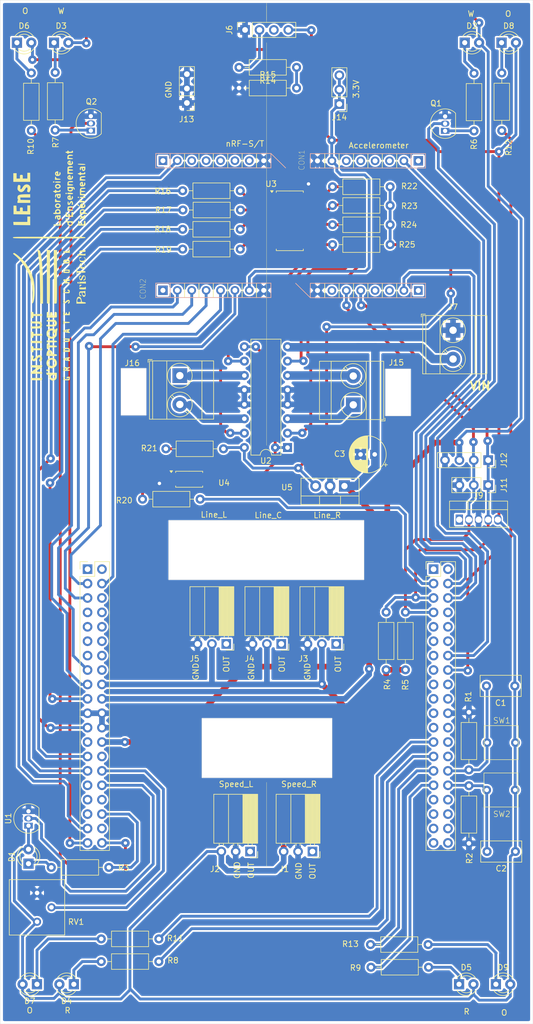
<source format=kicad_pcb>
(kicad_pcb (version 20240108) (generator "pcbnew") (generator_version "8.0")
  (layers (0 "F.Cu" signal) (31 "B.Cu" signal) (34 "B.Paste" user) (35 "F.Paste" user) (36 "B.SilkS" user "B.Silkscreen") (37 "F.SilkS" user "F.Silkscreen") (38 "B.Mask" user) (39 "F.Mask" user) (44 "Edge.Cuts" user))
  (net 0 "")
  (net 1 "GND")
  (net 2 "SW1_OUT")
  (net 3 "SW2_OUT")
  (net 5 "VIN")
  (net 6 "5V_NUC")
  (net 8 "nRF_CS")
  (net 11 "nRF_CE")
  (net 12 "nRF_INT")
  (net 16 "Net-(D3-K)")
  (net 17 "Net-(D4-K)")
  (net 18 "Net-(D5-K)")
  (net 19 "Net-(D6-K)")
  (net 20 "Net-(D7-K)")
  (net 23 "3.3V_NUC")
  (net 24 "SCK")
  (net 25 "MISO")
  (net 26 "MOSI")
  (net 27 "ADC_OUT")
  (net 28 "POT_OUT")
  (net 29 "SDA")
  (net 30 "USER_BUTTON")
  (net 31 "SCL")
  (net 32 "LED_OUT")
  (net 34 "Accel_INT")
  (net 35 "Accel_RESET")
  (net 40 "Net-(D8-K)")
  (net 41 "Net-(D9-K)")
  (net 42 "Speed_R")
  (net 43 "Speed_L")
  (net 44 "Line_R")
  (net 45 "Line_C")
  (net 46 "Line_L")
  (net 47 "US_echo")
  (net 48 "US_trig")
  (net 49 "Net-(Q1-D)")
  (net 50 "LED_W2")
  (net 51 "LED_W1")
  (net 52 "Net-(Q2-D)")
  (net 53 "LED_O4")
  (net 54 "LED_O3")
  (net 55 "LED_R1")
  (net 56 "LED_R2")
  (net 57 "LED_O1")
  (net 58 "LED_O2")
  (net 59 "TEMP_OUT")
  (net 66 "Net-(D1-K)")
  (net 67 "Net-(D2-K)")
  (net 100 "Net-(J15-Pin_1)")
  (net 101 "Net-(J15-Pin_2)")
  (net 102 "Net-(J16-Pin_2)")
  (net 103 "Net-(J16-Pin_1)")
  (net 104 "MOT_EN")
  (net 105 "MOT_R_2")
  (net 106 "MOT_L_1")
  (net 107 "MOT_L_2")
  (net 108 "MOT_R_1")
  (net 112 "US_echo_in")
  (net 114 "Net-(R16-Pad2)")
  (net 115 "MOT_R_1_n")
  (net 116 "Net-(R17-Pad2)")
  (net 117 "MOT_R_2_n")
  (net 118 "MOT_L_1_n")
  (net 119 "Net-(R18-Pad2)")
  (net 120 "Net-(R19-Pad2)")
  (net 121 "MOT_L_2_n")
  (net 122 "Net-(R20-Pad2)")
  (net 123 "MOT_EN_n")
  (net 124 "5V")
  (footprint "Connector_PinHeader_2.54mm:PinHeader_2x20_P2.54mm_Vertical" (layer "F.Cu") (at 151.920001 83.82)
    (property "Reference" "J8" (hide yes))
    (property "Value" "Morpho_Gauche" (hide yes))
  )
  (footprint "Connector_PinHeader_2.54mm:PinHeader_2x20_P2.54mm_Vertical" (layer "F.Cu") (at 212.96 83.82)
    (property "Reference" "J10" (hide yes))
    (property "Value" "Morpho_Droite" (hide yes))
  )
  (footprint "Connector_PinSocket_2.54mm:PinSocket_1x03_P2.54mm_Horizontal" (layer "F.Cu") (at 195.8 97 -90)
    (property "Reference" "J3")
    (property "Value" "Line_R")
  )
  (footprint "Resistor_THT:R_Axial_DIN0207_L6.3mm_D2.5mm_P10.16mm_Horizontal" (layer "F.Cu") (at 188.8 -4.65 180)
    (property "Reference" "R14")
    (property "Value" "2.2k")
  )
  (footprint "Resistor_THT:R_Axial_DIN0207_L6.3mm_D2.5mm_P10.16mm_Horizontal" (layer "F.Cu") (at 219.2 122 -90)
    (property "Reference" "R2")
    (property "Value" "8.2k")
  )
  (footprint "Resistor_THT:R_Axial_DIN0207_L6.3mm_D2.5mm_P10.16mm_Horizontal" (layer "F.Cu") (at 178.64 -1)
    (property "Reference" "R15")
    (property "Value" "3.3k")
  )
  (footprint "Connector_PinSocket_2.54mm:PinSocket_1x03_P2.54mm_Horizontal" (layer "F.Cu") (at 180.6 133.6 -90)
    (property "Reference" "J2")
    (property "Value" "Speed_L")
  )
  (footprint "LED_THT:LED_D3.0mm_Clear" (layer "F.Cu") (at 141.5 135.74 90)
    (property "Reference" "D1")
    (property "Value" "LED")
  )
  (footprint "Potentiometer_THT:Potentiometer_Bourns_3386P_Vertical" (layer "F.Cu") (at 143.015 145.98)
    (property "Reference" "RV1")
    (property "Value" "22k")
  )
  (footprint "LEnsE:Switch" (layer "F.Cu") (at 224.9 109.9 180)
    (property "Reference" "SW1")
    (property "Value" "SW_1")
  )
  (footprint "Package_TO_SOT_THT:TO-92_Inline" (layer "F.Cu") (at 141.5 129.04 90)
    (property "Reference" "U1")
    (property "Value" "MCP9700-Temp")
  )
  (footprint "Resistor_THT:R_Axial_DIN0207_L6.3mm_D2.5mm_P10.16mm_Horizontal" (layer "F.Cu") (at 208 101.56 90)
    (property "Reference" "R5")
    (property "Value" "680")
  )
  (footprint "Resistor_THT:R_Axial_DIN0207_L6.3mm_D2.5mm_P10.16mm_Horizontal" (layer "F.Cu") (at 154.34 153)
    (property "Reference" "R8")
    (property "Value" "100")
  )
  (footprint "Capacitor_THT:CP_Radial_D6.3mm_P2.50mm" (layer "F.Cu") (at 202.58238 63.582378 180)
    (property "Reference" "C3")
    (property "Value" "C_Polarized")
  )
  (footprint "Resistor_THT:R_Axial_DIN0207_L6.3mm_D2.5mm_P10.16mm_Horizontal" (layer "F.Cu") (at 225 -3.66 -90)
    (property "Reference" "R12")
    (property "Value" "100")
  )
  (footprint "Resistor_THT:R_Axial_DIN0207_L6.3mm_D2.5mm_P10.16mm_Horizontal" (layer "F.Cu") (at 145.52 136.4)
    (property "Reference" "R3")
    (property "Value" "100")
  )
  (footprint "Resistor_THT:R_Axial_DIN0207_L6.3mm_D2.5mm_P10.16mm_Horizontal" (layer "F.Cu") (at 168.7 27.4)
    (property "Reference" "R19")
    (property "Value" "100")
  )
  (footprint "Package_TO_SOT_THT:TO-220-5_Vertical" (layer "F.Cu") (at 217.5 75.09)
    (property "Reference" "J9")
    (property "Value" "TC74A2-TempI2C")
  )
  (footprint "Resistor_THT:R_Axial_DIN0207_L6.3mm_D2.5mm_P10.16mm_Horizontal" (layer "F.Cu") (at 168.7 23.9)
    (property "Reference" "R18")
    (property "Value" "100")
  )
  (footprint "Resistor_THT:R_Axial_DIN0207_L6.3mm_D2.5mm_P10.16mm_Horizontal" (layer "F.Cu") (at 219.2 119.2 90)
    (property "Reference" "R1")
    (property "Value" "8.2k")
  )
  (footprint "LED_THT:LED_D3.0mm_Clear" (layer "F.Cu") (at 149.5 157 180)
    (property "Reference" "D4")
    (property "Value" "LED_R")
  )
  (footprint "Resistor_THT:R_Axial_DIN0207_L6.3mm_D2.5mm_P10.16mm_Horizontal" (layer "F.Cu") (at 205.3 23.1 180)
    (property "Reference" "R24")
    (property "Value" "8.2k")
  )
  (footprint "Connector_PinSocket_2.54mm:PinSocket_1x04_P2.54mm_Vertical" (layer "F.Cu") (at 222.6 64.6 -90)
    (property "Reference" "J12")
    (property "Value" "I2C_EXT")
  )
  (footprint "LEnsE:Logo_Big" (layer "F.Cu") (at 144.572206 30.237945 90)
    (property "Reference" "G***" (hide yes))
    (property "Value" "LOGO" (hide yes))
  )
  (footprint "Connector_PinSocket_2.54mm:PinSocket_1x04_P2.54mm_Vertical" (layer "F.Cu") (at 179.71 -11.25 90)
    (property "Reference" "J6")
    (property "Value" "US_Sensor")
  )
  (footprint "Connector_PinSocket_2.54mm:PinSocket_1x03_P2.54mm_Vertical" (layer "F.Cu") (at 222.6 69 -90)
    (property "Reference" "J11")
    (property "Value" "I2C_Visu")
  )
  (footprint "LED_THT:LED_D3.0mm_Clear" (layer "F.Cu") (at 218.46 -9)
    (property "Reference" "D2")
    (property "Value" "LED_W")
  )
  (footprint "Capacitor_THT:C_Rect_L7.0mm_W3.5mm_P5.00mm" (layer "F.Cu") (at 227.3 104.4 180)
    (property "Reference" "C1")
    (property "Value" "10nF")
  )
  (footprint "miKroE:MIKROBUS_MODULE_CONN" (layer "F.Cu") (at 210.27 11.83 -90)
    (property "Reference" "CON1")
    (property "Value" "MikroE-Accelero" (hide yes))
  )
  (footprint "Resistor_THT:R_Axial_DIN0207_L6.3mm_D2.5mm_P10.16mm_Horizontal" (layer "F.Cu") (at 175.9 62.6 180)
    (property "Reference" "R21")
    (property "Value" "8.2k")
  )
  (footprint "Capacitor_THT:C_Rect_L7.0mm_W3.5mm_P5.00mm" (layer "F.Cu") (at 227.4 133.6 180)
    (property "Reference" "C2")
    (property "Value" "10nF")
  )
  (footprint "LED_THT:LED_D3.0mm_Clear" (layer "F.Cu") (at 146 -9)
    (property "Reference" "D3")
    (property "Value" "LED_W")
  )
  (footprint "Package_TO_SOT_THT:TO-220-3_Vertical" (layer "F.Cu") (at 197.24 69.155 180)
    (property "Reference" "U5")
    (property "Value" "LM7805_TO220")
  )
  (footprint "LED_THT:LED_D3.0mm_Clear" (layer "F.Cu") (at 217.46 157)
    (property "Reference" "D5")
    (property "Value" "LED_R")
  )
  (footprint "miKroE:MIKROBUS_MODULE_CONN" (layer "F.Cu") (at 165.22 34.66 90)
    (property "Reference" "CON2")
    (property "Value" "MikroE-nRF-S-module" (hide yes))
  )
  (footprint "Package_TO_SOT_THT:TO-92_Inline" (layer "F.Cu") (at 215 6.54 90)
    (property "Reference" "Q1")
    (property "Value" "BS170")
  )
  (footprint "Resistor_THT:R_Axial_DIN0207_L6.3mm_D2.5mm_P10.16mm_Horizontal" (layer "F.Cu") (at 205.3 16.4 180)
    (property "Reference" "R22")
    (property "Value" "8.2k")
  )
  (footprint "Resistor_THT:R_Axial_DIN0207_L6.3mm_D2.5mm_P10.16mm_Horizontal" (layer "F.Cu") (at 171.78 71.48 180)
    (property "Reference" "R20")
    (property "Value" "100")
  )
  (footprint "Resistor_THT:R_Axial_DIN0207_L6.3mm_D2.5mm_P10.16mm_Horizontal" (layer "F.Cu") (at 205.3 19.7 180)
    (property "Reference" "R23")
    (property "Value" "8.2k")
  )
  (footprint "TerminalBlock_Phoenix:TerminalBlock_Phoenix_MKDS-3-2-5.08_1x02_P5.08mm_Horizontal" (layer "F.Cu") (at 198.8 54.845 90)
    (property "Reference" "J15")
    (property "Value" "MOT_R")
  )
  (footprint "Package_DIP:DIP-16_W7.62mm" (layer "F.Cu") (at 187.2 62.38 180)
    (property "Reference" "U2")
    (property "Value" "SN754410NE")
  )
  (footprint "Resistor_THT:R_Axial_DIN0207_L6.3mm_D2.5mm_P10.16mm_Horizontal" (layer "F.Cu") (at 205.3 26.6 180)
    (property "Reference" "R25")
    (property "Value" "8.2k")
  )
  (footprint "Package_SO:SOIC-16_4.55x10.3mm_P1.27mm" (layer "F.Cu") (at 187.6 22.4)
    (property "Reference" "U3")
    (property "Value" "TLP293-4")
  )
  (footprint "LED_THT:LED_D3.0mm_Clear" (layer "F.Cu") (at 139.46 -9)
    (property "Reference" "D6")
    (property "Value" "LED_O")
  )
  (footprint "Resistor_THT:R_Axial_DIN0207_L6.3mm_D2.5mm_P10.16mm_Horizontal" (layer "F.Cu") (at 146.21 6.41 90)
    (property "Reference" "R7")
    (property "Value" "100")
  )
  (footprint "Resistor_THT:R_Axial_DIN0207_L6.3mm_D2.5mm_P10.16mm_Horizontal" (layer "F.Cu") (at 204.6 101.56 90)
    (property "Reference" "R4")
    (property "Value" "680")
  )
  (footprint "LEnsE:Switch" (layer "F.Cu") (at 224.85 118.25 180)
    (property "Reference" "SW2")
    (property "Value" "SW_2")
  )
  (footprint "Resistor_THT:R_Axial_DIN0207_L6.3mm_D2.5mm_P10.16mm_Horizontal" (layer "F.Cu") (at 212 150 180)
    (property "Reference" "R13")
    (property "Value" "100")
  )
  (footprint "Resistor_THT:R_Axial_DIN0207_L6.3mm_D2.5mm_P10.16mm_Horizontal" (layer "F.Cu") (at 168.74 20.5)
    (property "Reference" "R17")
    (property "Value" "100")
  )
  (footprint "Connector_PinHeader_2.54mm:PinHeader_1x03_P2.54mm_Vertical" (layer "F.Cu") (at 169.445 1.625 180)
    (property "Reference" "J13")
    (property "Value" "GND_reg")
  )
  (footprint "TerminalBlock_Phoenix:TerminalBlock_Phoenix_MKDS-3-2-5.08_1x02_P5.08mm_Horizontal" (layer "F.Cu") (at 216.4 41.7 -90)
    (property "Reference" "J7")
    (property "Value" "BAT_IN")
  )
  (footprint "Connector_PinHeader_2.54mm:PinHeader_1x03_P2.54mm_Vertical" (layer "F.Cu") (at 196.345 1.825 180)
    (property "Reference" "J14")
    (property "Value" "3.3V_reg")
  )
  (footprint "Resistor_THT:R_Axial_DIN0207_L6.3mm_D2.5mm_P10.16mm_Horizontal" (layer "F.Cu") (at 168.7 17.1)
    (property "Reference" "R16")
    (property "Value" "100")
  )
  (footprint "Resistor_THT:R_Axial_DIN0207_L6.3mm_D2.5mm_P10.16mm_Horizontal" (layer "F.Cu") (at 212.08 154 180)
    (property "Reference" "R9")
    (property "Value" "100")
  )
  (footprint "Package_SO:SOIC-4_4.55x2.6mm_P1.27mm" (layer "F.Cu") (at 169.85 67.965)
    (property "Reference" "U4")
    (property "Value" "TLP293")
  )
  (footprint "Resistor_THT:R_Axial_DIN0207_L6.3mm_D2.5mm_P10.16mm_Horizontal" (layer "F.Cu") (at 142 -3.66 -90)
    (property "Reference" "R10")
    (property "Value" "100")
  )
  (footprint "Connector_PinSocket_2.54mm:PinSocket_1x03_P2.54mm_Horizontal" (layer "F.Cu") (at 176.4 97 -90)
    (property "Reference" "J5")
    (property "Value" "Line_L")
  )
  (footprint "Connector_PinSocket_2.54mm:PinSocket_1x03_P2.54mm_Horizontal" (layer "F.Cu") (at 191.6 133.6 -90)
    (property "Reference" "J1")
    (property "Value" "Speed_R")
  )
  (footprint "Resistor_THT:R_Axial_DIN0207_L6.3mm_D2.5mm_P10.16mm_Horizontal" (layer "F.Cu") (at 220.1 6.56 90)
    (property "Reference" "R6")
    (property "Value" "100")
  )
  (footprint "LED_THT:LED_D3.0mm_Clear" (layer "F.Cu") (at 224.96 -9)
    (property "Reference" "D8")
    (property "Value" "LED_O")
  )
  (footprint "Package_TO_SOT_THT:TO-92_Inline" (layer "F.Cu") (at 152.5 6.5 90)
    (property "Reference" "Q2")
    (property "Value" "BS170")
  )
  (footprint "TerminalBlock_Phoenix:TerminalBlock_Phoenix_MKDS-3-2-5.08_1x02_P5.08mm_Horizontal" (layer "F.Cu") (at 168.2 49.7 -90)
    (property "Reference" "J16")
    (property "Value" "MOT_L")
  )
  (footprint "Resistor_THT:R_Axial_DIN0207_L6.3mm_D2.5mm_P10.16mm_Horizontal" (layer "F.Cu") (at 154.34 149)
    (property "Reference" "R11")
    (property "Value" "100")
  )
  (footprint "Connector_PinSocket_2.54mm:PinSocket_1x03_P2.54mm_Horizontal" (layer "F.Cu") (at 186.1 97 -90)
    (property "Reference" "J4")
    (property "Value" "Line_C")
  )
  (footprint "LED_THT:LED_D3.0mm_Clear" (layer "F.Cu") (at 223.96 157)
    (property "Reference" "D9")
    (property "Value" "LED_O")
  )
  (footprint "LED_THT:LED_D3.0mm_Clear" (layer "F.Cu") (at 143 157 180)
    (property "Reference" "D7")
    (property "Value" "LED_O")
  )
  (gr_line (start 183.5 -12.5) (end 183.5 -15.5) (stroke (width 0.05)) (layer "F.SilkS"))
  (gr_line (start 183.5 62) (end 183.5 -9) (stroke (width 0.05)) (layer "F.SilkS"))
  (gr_line (start 183.5 -13) (end 183.5 -16) (stroke (width 0.05)) (layer "F.SilkS"))
  (gr_line (start 183.5 121.4) (end 183.5 136.25) (stroke (width 0.05)) (layer "F.SilkS"))
  (gr_rect (start 136.5 -16.5) (end 230.5 164) (stroke (width 0.05)) (fill none) (layer "Edge.Cuts"))
  (gr_rect (start 166.2 75.2) (end 200.7 85.7) (stroke (width 0.05)) (fill none) (layer "Edge.Cuts"))
  (gr_rect (start 172.075 110.1) (end 195.075 120.6) (stroke (width 0.05)) (fill none) (layer "Edge.Cuts"))
  (gr_rect (start 157.8 48.4) (end 162.3 56.7) (stroke (width 0.05)) (fill none) (layer "Edge.Cuts"))
  (gr_rect (start 204.45 48.5) (end 208.95 56.8) (stroke (width 0.05)) (fill none) (layer "Edge.Cuts"))
  (gr_text "GND" (at 166.8 0.9 90) (layer "F.SilkS") (effects (font (size 1 1)) (justify left bottom)))
  (gr_text "OUT" (at 177 102.1 90) (layer "F.SilkS") (effects (font (size 1 1)) (justify left bottom)))
  (gr_text "OUT" (at 192.2 138.6 90) (layer "F.SilkS") (effects (font (size 1 1)) (justify left bottom)))
  (gr_text "GND" (at 189.750559 138.647059 90) (layer "F.SilkS") (effects (font (size 1 1)) (justify left bottom)))
  (gr_text "O" (at 140.3 -14 0) (layer "F.SilkS") (effects (font (size 1 1)) (justify left bottom)))
  (gr_text "W" (at 218.9 -13.5 0) (layer "F.SilkS") (effects (font (size 1 1)) (justify left bottom)))
  (gr_text "nRF-S/T" (at 176.2 9.4 0) (layer "F.SilkS") (effects (font (size 1 1)) (justify left bottom)))
  (gr_text "O" (at 141.1 162.2 0) (layer "F.SilkS") (effects (font (size 1 1)) (justify left bottom)))
  (gr_text "VIN" (at 219.2 52.4 0) (layer "F.SilkS") (effects (font (size 1.5 1.5) (thickness 0.3) (bold yes)) (justify left bottom)))
  (gr_text "GND" (at 191.3 103.5 90) (layer "F.SilkS") (effects (font (size 1 1)) (justify left bottom)))
  (gr_text "Accelerometer" (at 197.9 9.7 0) (layer "F.SilkS") (effects (font (size 1 1)) (justify left bottom)))
  (gr_text "3.3V" (at 199.9 0.9 90) (layer "F.SilkS") (effects (font (size 1 1)) (justify left bottom)))
  (gr_text "GND" (at 178.9 138.5 90) (layer "F.SilkS") (effects (font (size 1 1)) (justify left bottom)))
  (gr_text "Speed_R" (at 186 122.3 0) (layer "F.SilkS") (effects (font (size 1 1)) (justify left bottom)))
  (gr_text "O" (at 224.8 162.6 0) (layer "F.SilkS") (effects (font (size 1 1)) (justify left bottom)))
  (gr_text "R\n" (at 218.2 162.399998 0) (layer "F.SilkS") (effects (font (size 1 1)) (justify left bottom)))
  (gr_text "Speed_L" (at 175 122.3 0) (layer "F.SilkS") (effects (font (size 1 1)) (justify left bottom)))
  (gr_text "GND" (at 171.6 103.5 90) (layer "F.SilkS") (effects (font (size 1 1)) (justify left bottom)))
  (gr_text "Line_R" (at 191.7 74.9 0) (layer "F.SilkS") (effects (font (size 1 1)) (justify left bottom)))
  (gr_text "GND" (at 181.4 103.5 90) (layer "F.SilkS") (effects (font (size 1 1)) (justify left bottom)))
  (gr_text "O" (at 225.5 -13.5 0) (layer "F.SilkS") (effects (font (size 1 1)) (justify left bottom)))
  (gr_text "Line_C" (at 181.3 74.9 0) (layer "F.SilkS") (effects (font (size 1 1)) (justify left bottom)))
  (gr_text "OUT" (at 196.7 102.1 90) (layer "F.SilkS") (effects (font (size 1 1)) (justify left bottom)))
  (gr_text "W" (at 146.6 -14 0) (layer "F.SilkS") (effects (font (size 1 1)) (justify left bottom)))
  (gr_text "R\n" (at 147.8 162.2 0) (layer "F.SilkS") (effects (font (size 1 1)) (justify left bottom)))
  (gr_text "Line_L" (at 171.8 74.8 0) (layer "F.SilkS") (effects (font (size 1 1)) (justify left bottom)))
  (gr_text "OUT" (at 186.8 102.1 90) (layer "F.SilkS") (effects (font (size 1 1)) (justify left bottom)))
  (gr_text "OUT" (at 181.349441 138.452941 90) (layer "F.SilkS") (effects (font (size 1 1)) (justify left bottom)))
  (segment (start 187.6 24.205) (end 187.6 26.845) (width 0.5) (layer "F.Cu") (net 1))
  (segment (start 187.7 16.4) (end 188.2 15.9) (width 0.5) (layer "F.Cu") (net 1))
  (segment (start 184.3 26.895) (end 184.35 26.845) (width 0.5) (layer "F.Cu") (net 1))
  (segment (start 187.6 24.205) (end 187.7 24.305) (width 0.5) (layer "F.Cu") (net 1))
  (segment (start 187.7 21.665) (end 187.6 21.765) (width 0.5) (layer "F.Cu") (net 1))
  (segment (start 187.7 24.305) (end 184.35 24.305) (width 0.5) (layer "F.Cu") (net 1))
  (segment (start 187.7 19.225) (end 184.35 19.225) (width 0.5) (layer "F.Cu") (net 1))
  (segment (start 187.6 26.845) (end 190.85 26.845) (width 0.5) (layer "F.Cu") (net 1))
  (segment (start 166.6 68.6) (end 164.7 68.6) (width 0.5) (layer "F.Cu") (net 1))
  (segment (start 166.6 68.6) (end 173.1 68.6) (width 0.5) (layer "F.Cu") (net 1))
  (segment (start 188.2 15.9) (end 190.9 15.9) (width 0.5) (layer "F.Cu") (net 1))
  (segment (start 164.7 68.6) (end 164.6 68.7) (width 0.5) (layer "F.Cu") (net 1))
  (segment (start 187.6 21.765) (end 187.6 24.205) (width 0.5) (layer "F.Cu") (net 1))
  (segment (start 190.85 24.305) (end 187.7 24.305) (width 0.5) (layer "F.Cu") (net 1))
  (segment (start 187.6 21.765) (end 184.35 21.765) (width 0.5) (layer "F.Cu") (net 1))
  (segment (start 187.7 19.225) (end 187.7 16.4) (width 0.5) (layer "F.Cu") (net 1))
  (segment (start 190.85 21.765) (end 187.6 21.765) (width 0.5) (layer "F.Cu") (net 1))
  (segment (start 190.85 19.225) (end 187.7 19.225) (width 0.5) (layer "F.Cu") (net 1))
  (segment (start 187.7 19.225) (end 187.7 21.665) (width 0.5) (layer "F.Cu") (net 1))
  (segment (start 184.35 26.845) (end 187.6 26.845) (width 0.5) (layer "F.Cu") (net 1))
  (via (at 190.9 15.9) (size 1.5) (drill 0.6) (layers "F.Cu" "B.Cu") (net 1))
  (via (at 164.6 68.7) (size 1.5) (drill 0.6) (layers "F.Cu" "B.Cu") (net 1))
  (via (at 164.6 68.7) (size 1.5) (drill 0.6) (layers "F.Cu" "B.Cu") (net 1))
  (segment (start 167.6 97) (end 166.7 96.1) (width 0.5) (layer "B.Cu") (net 1))
  (segment (start 166.7 96.1) (end 164.6 94) (width 0.5) (layer "B.Cu") (net 1))
  (segment (start 171.32 97) (end 167.6 97) (width 0.5) (layer "B.Cu") (net 1))
  (segment (start 164.6 87.3) (end 164.6 86.9) (width 0.5) (layer "B.Cu") (net 1))
  (segment (start 164.6 86.9) (end 164.6 68.7) (width 0.5) (layer "B.Cu") (net 1))
  (segment (start 192.49 14.31) (end 190.9 15.9) (width 0.5) (layer "B.Cu") (net 1))
  (segment (start 164.6 94) (end 164.6 87.3) (width 0.5) (layer "B.Cu") (net 1))
  (segment (start 192.49 11.83) (end 192.49 14.31) (width 0.5) (layer "B.Cu") (net 1))
  (segment (start 222.4 114.4) (end 222.4 104.5) (width 0.5) (layer "B.Cu") (net 2))
  (segment (start 219.02 119.38) (end 219.2 119.2) (width 0.5) (layer "B.Cu") (net 2))
  (segment (start 215.5 119.38) (end 219.02 119.38) (width 0.5) (layer "B.Cu") (net 2))
  (segment (start 222.4 117.8) (end 222.4 114.4) (width 0.5) (layer "B.Cu") (net 2))
  (segment (start 221 119.2) (end 222.4 117.8) (width 0.5) (layer "B.Cu") (net 2))
  (segment (start 219.2 119.2) (end 221 119.2) (width 0.5) (layer "B.Cu") (net 2))
  (segment (start 222.4 104.5) (end 222.3 104.4) (width 0.5) (layer "B.Cu") (net 2))
  (segment (start 219.12 121.92) (end 219.2 122) (width 0.5) (layer "B.Cu") (net 3))
  (segment (start 222.35 122.75) (end 222.35 133.55) (width 0.5) (layer "B.Cu") (net 3))
  (segment (start 222.35 133.55) (end 222.4 133.6) (width 0.5) (layer "B.Cu") (net 3))
  (segment (start 219.2 122) (end 221.6 122) (width 0.5) (layer "B.Cu") (net 3))
  (segment (start 221.6 122) (end 222.35 122.75) (width 0.5) (layer "B.Cu") (net 3))
  (segment (start 215.5 121.92) (end 219.12 121.92) (width 0.5) (layer "B.Cu") (net 3))
  (segment (start 166.6 114.3) (end 177.5 103.4) (width 1) (layer "F.Cu") (net 5))
  (segment (start 202 86.6) (end 202 74.9) (width 1) (layer "F.Cu") (net 5))
  (segment (start 196.8 101) (end 199.1 98.7) (width 1) (layer "F.Cu") (net 5))
  (segment (start 177.7 103.4) (end 180.1 101) (width 1) (layer "F.Cu") (net 5))
  (segment (start 197.455 69.155) (end 202 73.7) (width 1) (layer "F.Cu") (net 5))
  (segment (start 199.1 98.7) (end 199.1 89.5) (width 1) (layer "F.Cu") (net 5))
  (segment (start 197.24 69.155) (end 197.455 69.155) (width 1) (layer "F.Cu") (net 5))
  (segment (start 177.5 103.4) (end 177.7 103.4) (width 1) (layer "F.Cu") (net 5))
  (segment (start 158.5 114.3) (end 166.6 114.3) (width 1) (layer "F.Cu") (net 5))
  (segment (start 202 73.7) (end 202 74.9) (width 1) (layer "F.Cu") (net 5))
  (segment (start 199.1 89.5) (end 202 86.6) (width 1) (layer "F.Cu") (net 5))
  (segment (start 180.1 101) (end 196.8 101) (width 1) (layer "F.Cu") (net 5))
  (via (at 158.5 114.3) (size 1.5) (drill 0.6) (layers "F.Cu" "B.Cu") (net 5))
  (segment (start 202.7 65.8) (end 202.7 44.7) (width 1.5) (layer "B.Cu") (net 5))
  (segment (start 197.24 69.155) (end 199.345 69.155) (width 1.5) (layer "B.Cu") (net 5))
  (segment (start 216.4 46.78) (end 212.88 46.78) (width 1.5) (layer "B.Cu") (net 5))
  (segment (start 199.6 44.7) (end 187.3 44.7) (width 1.5) (layer "B.Cu") (net 5))
  (segment (start 210.8 44.7) (end 199.6 44.7) (width 1.5) (layer "B.Cu") (net 5))
  (segment (start 154.460001 114.3) (end 158.5 114.3) (width 1) (layer "B.Cu") (net 5))
  (segment (start 212.88 46.78) (end 210.8 44.7) (width 1.5) (layer "B.Cu") (net 5))
  (segment (start 187.3 44.7) (end 187.2 44.6) (width 1.5) (layer "B.Cu") (net 5))
  (segment (start 202.7 44.7) (end 199.6 44.7) (width 1.5) (layer "B.Cu") (net 5))
  (segment (start 199.345 69.155) (end 202.7 65.8) (width 1.5) (layer "B.Cu") (net 5))
  (segment (start 204.8 87.5) (end 204.8 69.9) (width 1) (layer "F.Cu") (net 6))
  (segment (start 201.6 101.4) (end 201.6 90.7) (width 1) (layer "F.Cu") (net 6))
  (segment (start 213.2 61.5) (end 217.5 61.5) (width 1) (layer "F.Cu") (net 6))
  (segment (start 151.7 -12.4) (end 151.7 -8.9) (width 0.5) (layer "F.Cu") (net 6))
  (segment (start 204.8 69.9) (end 213.2 61.5) (width 1) (layer "F.Cu") (net 6))
  (segment (start 153.3 -14) (end 151.7 -12.4) (width 0.5) (layer "F.Cu") (net 6))
  (segment (start 221 -12.5) (end 219.5 -14) (width 0.5) (layer "F.Cu") (net 6))
  (segment (start 201.6 90.7) (end 204.8 87.5) (width 1) (layer "F.Cu") (net 6))
  (segment (start 219.5 -14) (end 153.3 -14) (width 0.5) (layer "F.Cu") (net 6))
  (via (at 217.5 61.5) (size 1.5) (drill 0.6) (layers "F.Cu" "B.Cu") (net 6))
  (via (at 221 -12.5) (size 1.5) (drill 0.6) (layers "F.Cu" "B.Cu") (net 6))
  (via (at 151.7 -8.9) (size 1.5) (drill 0.6) (layers "F.Cu" "B.Cu") (net 6))
  (via (at 201.6 101.4) (size 1.5) (drill 0.6) (layers "F.Cu" "B.Cu") (net 6))
  (segment (start 226.1 59.5) (end 228.4 57.2) (width 0.5) (layer "B.Cu") (net 6))
  (segment (start 148.54 -9) (end 151.6 -9) (width 0.5) (layer "B.Cu") (net 6))
  (segment (start 197.32 106.68) (end 154.460001 106.68) (width 1) (layer "B.Cu") (net 6))
  (segment (start 228.4 57.2) (end 228.4 22.1) (width 0.5) (layer "B.Cu") (net 6))
  (segment (start 222.6 16.3) (end 222.6 -7.4) (width 0.5) (layer "B.Cu") (net 6))
  (segment (start 221 -12.5) (end 221 -9) (width 0.5) (layer "B.Cu") (net 6))
  (segment (start 217.52 61.52) (end 217.5 61.5) (width 1) (layer "B.Cu") (net 6))
  (segment (start 228.4 22.1) (end 222.6 16.3) (width 0.5) (layer "B.Cu") (net 6))
  (segment (start 151.6 -9) (end 151.7 -8.9) (width 0.5) (layer "B.Cu") (net 6))
  (segment (start 217.5 61.5) (end 217.5 60.8) (width 0.5) (layer "B.Cu") (net 6))
  (segment (start 222.6 -7.4) (end 221 -9) (width 0.5) (layer "B.Cu") (net 6))
  (segment (start 218.8 59.5) (end 226.1 59.5) (width 0.5) (layer "B.Cu") (net 6))
  (segment (start 217.52 64.6) (end 217.52 61.52) (width 1) (layer "B.Cu") (net 6))
  (segment (start 217.5 60.8) (end 218.8 59.5) (width 0.5) (layer "B.Cu") (net 6))
  (segment (start 217.3 64.99) (end 217.34 64.95) (width 0.5) (layer "B.Cu") (net 6))
  (segment (start 201.6 102.4) (end 197.32 106.68) (width 1) (layer "B.Cu") (net 6))
  (segment (start 201.6 101.4) (end 201.6 102.4) (width 1) (layer "B.Cu") (net 6))
  (segment (start 150.3 76.6) (end 146.8 80.1) (width 0.5) (layer "B.Cu") (net 8))
  (segment (start 149.4 99.079999) (end 151.920001 101.6) (width 0.5) (layer "B.Cu") (net 8))
  (segment (start 146.8 88.3) (end 149.4 90.9) (width 0.5) (layer "B.Cu") (net 8))
  (segment (start 149.4 90.9) (end 149.4 99.079999) (width 0.5) (layer "B.Cu") (net 8))
  (segment (start 170.3 34.66) (end 170.3 37.3) (width 0.5) (layer "B.Cu") (net 8))
  (segment (start 150.3 43.9) (end 150.3 76.6) (width 0.5) (layer "B.Cu") (net 8))
  (segment (start 170.3 37.3) (end 168.7 38.9) (width 0.5) (layer "B.Cu") (net 8))
  (segment (start 146.8 80.1) (end 146.8 88.3) (width 0.5) (layer "B.Cu") (net 8))
  (segment (start 153 42.5) (end 151.7 42.5) (width 0.5) (layer "B.Cu") (net 8))
  (segment (start 151.7 42.5) (end 150.3 43.9) (width 0.5) (layer "B.Cu") (net 8))
  (segment (start 168.7 38.9) (end 156.6 38.9) (width 0.5) (layer "B.Cu") (net 8))
  (segment (start 156.6 38.9) (end 153 42.5) (width 0.5) (layer "B.Cu") (net 8))
  (segment (start 167.76 34.66) (end 167.76 36.84) (width 0.5) (layer "B.Cu") (net 11))
  (segment (start 167 37.6) (end 156.1 37.6) (width 0.5) (layer "B.Cu") (net 11))
  (segment (start 145.6 88.9) (end 148.3 91.6) (width 0.5) (layer "B.Cu") (net 11))
  (segment (start 152.4 41.3) (end 151.4 41.3) (width 0.5) (layer "B.Cu") (net 11))
  (segment (start 151.4 41.3) (end 149.1 43.6) (width 0.5) (layer "B.Cu") (net 11))
  (segment (start 148.3 91.6) (end 148.3 101.6) (width 0.5) (layer "B.Cu") (net 11))
  (segment (start 149.1 43.6) (end 149.1 76.1) (width 0.5) (layer "B.Cu") (net 11))
  (segment (start 149.1 76.1) (end 145.6 79.6) (width 0.5) (layer "B.Cu") (net 11))
  (segment (start 167.76 36.84) (end 167 37.6) (width 0.5) (layer "B.Cu") (net 11))
  (segment (start 145.6 79.6) (end 145.6 88.9) (width 0.5) (layer "B.Cu") (net 11))
  (segment (start 156.1 37.6) (end 152.4 41.3) (width 0.5) (layer "B.Cu") (net 11))
  (segment (start 150.84 104.14) (end 151.920001 104.14) (width 0.5) (layer "B.Cu") (net 11))
  (segment (start 148.3 101.6) (end 150.84 104.14) (width 0.5) (layer "B.Cu") (net 11))
  (segment (start 148.5 122) (end 147.7 121.2) (width 0.5) (layer "B.Cu") (net 12))
  (segment (start 151.920001 129.54) (end 151.880001 129.5) (width 0.5) (layer "B.Cu") (net 12))
  (segment (start 142.4 121.2) (end 139.8 118.6) (width 0.5) (layer "B.Cu") (net 12))
  (segment (start 148.5 127.3) (end 148.5 122) (width 0.5) (layer "B.Cu") (net 12))
  (segment (start 155.2 14.8) (end 164.76 14.8) (width 0.5) (layer "B.Cu") (net 12))
  (segment (start 150.7 129.5) (end 148.5 127.3) (width 0.5) (layer "B.Cu") (net 12))
  (segment (start 151.880001 129.5) (end 150.7 129.5) (width 0.5) (layer "B.Cu") (net 12))
  (segment (start 139.8 30.2) (end 155.2 14.8) (width 0.5) (layer "B.Cu") (net 12))
  (segment (start 139.8 118.6) (end 139.8 30.2) (width 0.5) (layer "B.Cu") (net 12))
  (segment (start 164.76 14.8) (end 167.76 11.8) (width 0.5) (layer "B.Cu") (net 12))
  (segment (start 147.7 121.2) (end 142.4 121.2) (width 0.5) (layer "B.Cu") (net 12))
  (segment (start 146.21 -8.79) (end 146 -9) (width 0.5) (layer "B.Cu") (net 16))
  (segment (start 146.21 -3.75) (end 146.21 -8.79) (width 0.5) (layer "B.Cu") (net 16))
  (segment (start 151 153) (end 154.34 153) (width 0.5) (layer "B.Cu") (net 17))
  (segment (start 149.5 154.5) (end 151 153) (width 0.5) (layer "B.Cu") (net 17))
  (segment (start 149.5 157) (end 149.5 154.5) (width 0.5) (layer "B.Cu") (net 17))
  (segment (start 216 154) (end 212.08 154) (width 0.5) (layer "B.Cu") (net 18))
  (segment (start 217.46 157) (end 217.46 155.46) (width 0.5) (layer "B.Cu") (net 18))
  (segment (start 217.46 155.46) (end 216 154) (width 0.5) (layer "B.Cu") (net 18))
  (segment (start 141.94 -3.66) (end 139.46 -6.14) (width 0.5) (layer "B.Cu") (net 19))
  (segment (start 142 -3.66) (end 141.94 -3.66) (width 0.5) (layer "B.Cu") (net 19))
  (segment (start 139.46 -6.14) (end 139.46 -9) (width 0.5) (layer "B.Cu") (net 19))
  (segment (start 143 151) (end 145 149) (width 0.5) (layer "B.Cu") (net 20))
  (segment (start 143 157) (end 143 151) (width 0.5) (layer "B.Cu") (net 20))
  (segment (start 145 149) (end 154.34 149) (width 0.5) (layer "B.Cu") (net 20))
  (segment (start 193.28 104.08) (end 198.6 109.4) (width 1) (layer "F.Cu") (net 23))
  (segment (start 191.4 -11.2) (end 191.4 4.6) (width 0.5) (layer "F.Cu") (net 23))
  (segment (start 151.6 -6) (end 142.2 -6) (width 0.5) (layer "F.Cu") (net 23))
  (segment (start 224.5 74.89) (end 224.3 75.09) (width 0.5) (layer "F.Cu") (net 23))
  (segment (start 191.4 4.6) (end 195 8.2) (width 0.5) (layer "F.Cu") (net 23))
  (segment (start 213.8 10.2) (end 211.8 8.2) (width 0.5) (layer "F.Cu") (net 23))
  (segment (start 193.26 104.08) (end 193.28 104.08) (width 1) (layer "F.Cu") (net 23))
  (segment (start 204.6 103.3) (end 198.6 109.3) (width 1) (layer "F.Cu") (net 23))
  (segment (start 204.6 101.56) (end 208 101.56) (width 1) (layer "F.Cu") (net 23))
  (segment (start 224.5 10.2) (end 224.5 74.89) (width 0.5) (layer "F.Cu") (net 23))
  (segment (start 211.8 8.2) (end 195 8.2) (width 0.5) (layer "F.Cu") (net 23))
  (segment (start 198.6 109.3) (end 198.6 125) (width 1) (layer "F.Cu") (net 23))
  (segment (start 224.5 10.2) (end 213.8 10.2) (width 0.5) (layer "F.Cu") (net 23))
  (segment (start 191.4 -11.2) (end 191.4 -6.8) (width 0.5) (layer "F.Cu") (net 23))
  (segment (start 153.4 -7.8) (end 151.6 -6) (width 0.5) (layer "F.Cu") (net 23))
  (segment (start 191.4 -6.8) (end 190.4 -7.8) (width 0.5) (layer "F.Cu") (net 23))
  (segment (start 190.4 -7.8) (end 153.4 -7.8) (width 0.5) (layer "F.Cu") (net 23))
  (segment (start 204.6 101.56) (end 204.6 103.3) (width 1) (layer "F.Cu") (net 23))
  (segment (start 198.6 125) (end 196 127.6) (width 1) (layer "F.Cu") (net 23))
  (segment (start 196 127.6) (end 188.2 127.6) (width 1) (layer "F.Cu") (net 23))
  (segment (start 188.2 127.6) (end 186.52 129.28) (width 1) (layer "F.Cu") (net 23))
  (segment (start 186.52 129.28) (end 186.52 133.6) (width 1) (layer "F.Cu") (net 23))
  (via (at 193.26 104.08) (size 1.5) (drill 0.6) (layers "F.Cu" "B.Cu") (net 23))
  (via (at 142.2 -6) (size 1.5) (drill 0.6) (layers "F.Cu" "B.Cu") (net 23))
  (via (at 191.4 -11.2) (size 1.5) (drill 0.6) (layers "F.Cu" "B.Cu") (net 23))
  (via (at 224.5 10.2) (size 1.5) (drill 0.6) (layers "F.Cu" "B.Cu") (net 23))
  (via (at 195 8.2) (size 1.5) (drill 0.6) (layers "F.Cu" "B.Cu") (net 23))
  (segment (start 225.8 159.8) (end 226.5 159.1) (width 0.5) (layer "B.Cu") (net 23))
  (segment (start 183.56 104.1) (end 183.6 104.14) (width 1) (layer "B.Cu") (net 23))
  (segment (start 227.4 122.8) (end 227.35 122.75) (width 0.5) (layer "B.Cu") (net 23))
  (segment (start 195 3.17) (end 196.345 1.825) (width 0.5) (layer "B.Cu") (net 23))
  (segment (start 227.35 114.45) (end 227.4 114.4) (width 0.5) (layer "B.Cu") (net 23))
  (segment (start 201.6 15.1) (end 200.8 14.3) (width 0.5) (layer "B.Cu") (net 23))
  (segment (start 227.3 78.09) (end 224.3 75.09) (width 0.5) (layer "B.Cu") (net 23))
  (segment (start 146.96 157) (end 146.96 158.54) (width 0.5) (layer "B.Cu") (net 23))
  (segment (start 193.26 104.08) (end 193.2 104.14) (width 1) (layer "B.Cu") (net 23))
  (segment (start 201 31.3) (end 201.6 30.7) (width 0.5) (layer "B.Cu") (net 23))
  (segment (start 161.2 159.6) (end 219.2 159.6) (width 0.5) (layer "B.Cu") (net 23))
  (segment (start 227.3 104.4) (end 227.3 78.09) (width 0.5) (layer "B.Cu") (net 23))
  (segment (start 220 158.8) (end 221 159.8) (width 0.5) (layer "B.Cu") (net 23))
  (segment (start 181.5 31.3) (end 201 31.3) (width 0.5) (layer "B.Cu") (net 23))
  (segment (start 186.52 135.48) (end 185 137) (width 1) (layer "B.Cu") (net 23))
  (segment (start 173.8 104.14) (end 183.6 104.14) (width 1) (layer "B.Cu") (net 23))
  (segment (start 196.6 14.3) (end 195.9 13.6) (width 0.5) (layer "B.Cu") (net 23))
  (segment (start 193.26 97) (end 193.26 104.08) (width 1) (layer "B.Cu") (net 23))
  (segment (start 148 159.6) (end 157.8 159.6) (width 0.5) (layer "B.Cu") (net 23))
  (segment (start 142.2 -6) (end 142.2 -8.8) (width 0.5) (layer "B.Cu") (net 23))
  (segment (start 140.46 158.46) (end 140.46 157) (width 0.5) (layer "B.Cu") (net 23))
  (segment (start 227.3 104.4) (end 227.3 114.3) (width 0.5) (layer "B.Cu") (net 23))
  (segment (start 227.5 7.2) (end 227.5 -9) (width 0.5) (layer "B.Cu") (net 23))
  (segment (start 195 11.86) (end 195.03 11.83) (width 0.5) (layer "B.Cu") (net 23))
  (segment (start 146.96 158.54) (end 146 159.5) (width 0.5) (layer "B.Cu") (net 23))
  (segment (start 176.6 137) (end 175.52 135.92) (width 1) (layer "B.Cu") (net 23))
  (segment (start 183.56 97) (end 183.56 104.1) (width 1) (layer "B.Cu") (net 23))
  (segment (start 140.46 157) (end 140.46 148.535) (width 0.5) (layer "B.Cu") (net 23))
  (segment (start 159.4 158) (end 159.4 157.8) (width 0.5) (layer "B.Cu") (net 23))
  (segment (start 173.86 97) (end 173.86 104.08) (width 1) (layer "B.Cu") (net 23))
  (segment (start 180.46 34.66) (end 180.46 32.34) (width 0.5) (layer "B.Cu") (net 23))
  (segment (start 140.46 148.535) (end 143.015 145.98) (width 0.5) (layer "B.Cu") (net 23))
  (segment (start 146.96 158.56) (end 148 159.6) (width 0.5) (layer "B.Cu") (net 23))
  (segment (start 157.8 159.6) (end 159.4 158) (width 0.5) (layer "B.Cu") (net 23))
  (segment (start 142.2 -8.8) (end 142 -9) (width 0.5) (layer "B.Cu") (net 23))
  (segment (start 139 142.3) (end 139 134.4) (width 0.5) (layer "B.Cu") (net 23))
  (segment (start 141.5 133.2) (end 141.5 129.04) (width 0.5) (layer "B.Cu") (net 23))
  (segment (start 175.52 135.92) (end 175.52 133.6) (width 1) (layer "B.Cu") (net 23))
  (segment (start 219.2 159.6) (end 220 158.8) (width 0.5) (layer "B.Cu") (net 23))
  (segment (start 221 159.8) (end 225.8 159.8) (width 0.5) (layer "B.Cu") (net 23))
  (segment (start 200.8 14.3) (end 196.6 14.3) (width 0.5) (layer "B.Cu") (net 23))
  (segment (start 159.4 157.8) (end 159.4 147.2) (width 0.5) (layer "B.Cu") (net 23))
  (segment (start 196.345 -3.255) (end 196.345 -0.715) (width 0.5) (layer "B.Cu") (net 23))
  (segment (start 159.4 157.8) (end 161.2 159.6) (width 0.5) (layer "B.Cu") (net 23))
  (segment (start 185 137) (end 176.6 137) (width 1) (layer "B.Cu") (net 23))
  (segment (start 227.4 133.6) (end 227.4 122.8) (width 0.5) (layer "B.Cu") (net 23))
  (segment (start 195 11.8) (end 195.03 11.83) (width 0.5) (layer "B.Cu") (net 23))
  (segment (start 186.52 133.6) (end 186.52 135.48) (width 1) (layer "B.Cu") (net 23))
  (segment (start 224.5 10.2) (end 227.5 7.2) (width 0.5) (layer "B.Cu") (net 23))
  (segment (start 140.2 133.2) (end 141.5 133.2) (width 0.5) (layer "B.Cu") (net 23))
  (segment (start 191.35 -11.25) (end 191.4 -11.2) (width 0.5) (layer "B.Cu") (net 23))
  (segment (start 141.5 159.5) (end 140.46 158.46) (width 0.5) (layer "B.Cu") (net 23))
  (segment (start 139 134.4) (end 140.2 133.2) (width 0.5) (layer "B.Cu") (net 23))
  (segment (start 195.9 13.6) (end 195.9 12.7) (width 0.5) (layer "B.Cu") (net 23))
  (segment (start 159.4 147.2) (end 173 133.6) (width 0.5) (layer "B.Cu") (net 23))
  (segment (start 226.5 159.1) (end 226.5 157) (width 0.5) (layer "B.Cu") (net 23))
  (segment (start 142.68 145.98) (end 139 142.3) (width 0.5) (layer "B.Cu") (net 23))
  (segment (start 227.3 114.3) (end 227.4 114.4) (width 0.5) (layer "B.Cu") (net 23))
  (segment (start 154.460001 104.14) (end 173.8 104.14) (width 1) (layer "B.Cu") (net 23))
  (segment (start 183.6 104.14) (end 193.2 104.14) (width 1) (layer "B.Cu") (net 23))
  (segment (start 143.015 145.98) (end 142.68 145.98) (width 0.5) (layer "B.Cu") (net 23))
  (segment (start 195 8.2) (end 195 3.17) (width 0.5) (layer "B.Cu") (net 23))
  (segment (start 227.35 122.75) (end 227.35 114.45) (width 0.5) (layer "B.Cu") (net 23))
  (segment (start 180.46 32.34) (end 181.5 31.3) (width 0.5) (layer "B.Cu") (net 23))
  (segment (start 146 159.5) (end 141.5 159.5) (width 0.5) (layer "B.Cu") (net 23))
  (segment (start 173.86 104.08) (end 173.8 104.14) (width 1) (layer "B.Cu") (net 23))
  (segment (start 226.5 134.5) (end 227.4 133.6) (width 0.5) (layer "B.Cu") (net 23))
  (segment (start 226.5 157) (end 226.5 134.5) (width 0.5) (layer "B.Cu") (net 23))
  (segment (start 146.96 157) (end 146.96 158.56) (width 0.5) (layer "B.Cu") (net 23))
  (segment (start 195 8.2) (end 195 11.8) (width 0.5) (layer "B.Cu") (net 23))
  (segment (start 195.9 12.7) (end 195.03 11.83) (width 0.5) (layer "B.Cu") (net 23))
  (segment (start 187.33 -11.25) (end 191.35 -11.25) (width 0.5) (layer "B.Cu") (net 23))
  (segment (start 173 133.6) (end 175.52 133.6) (width 0.5) (layer "B.Cu") (net 23))
  (segment (start 220 157) (end 220 158.8) (width 0.5) (layer "B.Cu") (net 23))
  (segment (start 196.345 1.825) (end 196.345 -0.715) (width 0.5) (layer "B.Cu") (net 23))
  (segment (start 201.6 30.7) (end 201.6 15.1) (width 0.5) (layer "B.Cu") (net 23))
  (segment (start 149 85) (end 149 81.3) (width 0.5) (layer "B.Cu") (net 24))
  (segment (start 169.7 40.5) (end 172.84 37.36) (width 0.5) (layer "B.Cu") (net 24))
  (segment (start 154.2 76.1) (end 154.2 43.2) (width 0.5) (layer "B.Cu") (net 24))
  (segment (start 150.36 86.36) (end 149 85) (width 0.5) (layer "B.Cu") (net 24))
  (segment (start 156.9 40.5) (end 169.7 40.5) (width 0.5) (layer "B.Cu") (net 24))
  (segment (start 154.2 43.2) (end 156.9 40.5) (width 0.5) (layer "B.Cu") (net 24))
  (segment (start 151.920001 86.36) (end 150.36 86.36) (width 0.5) (layer "B.Cu") (net 24))
  (segment (start 149 81.3) (end 154.2 76.1) (width 0.5) (layer "B.Cu") (net 24))
  (segment (start 172.84 37.36) (end 172.84 34.66) (width 0.5) (layer "B.Cu") (net 24))
  (segment (start 156.4 44.2) (end 158.2 42.4) (width 0.5) (layer "B.Cu") (net 25))
  (segment (start 156.4 85.1) (end 156.4 44.2) (width 0.5) (layer "B.Cu") (net 25))
  (segment (start 158.2 42.4) (end 171.1 42.4) (width 0.5) (layer "B.Cu") (net 25))
  (segment (start 154.460001 86.36) (end 155.14 86.36) (width 0.5) (layer "B.Cu") (net 25))
  (segment (start 155.14 86.36) (end 156.4 85.1) (width 0.5) (layer "B.Cu") (net 25))
  (segment (start 175.38 38.12) (end 175.38 34.66) (width 0.5) (layer "B.Cu") (net 25))
  (segment (start 171.1 42.4) (end 175.38 38.12) (width 0.5) (layer "B.Cu") (net 25))
  (segment (start 160.4 44.6) (end 152.3 44.6) (width 0.5) (layer "F.Cu") (net 26))
  (segment (start 152.3 44.6) (end 152.2 44.5) (width 0.5) (layer "F.Cu") (net 26))
  (via (at 152.2 44.5) (size 1.5) (drill 0.6) (layers "F.Cu" "B.Cu") (net 26))
  (via (at 160.4 44.6) (size 1.5) (drill 0.6) (layers "F.Cu" "B.Cu") (net 26))
  (segment (start 152.1 76.5) (end 148 80.6) (width 0.5) (layer "B.Cu") (net 26))
  (segment (start 152.2 44.5) (end 152.1 44.6) (width 0.5) (layer "B.Cu") (net 26))
  (segment (start 148 80.6) (end 148 87.2) (width 0.5) (layer "B.Cu") (net 26))
  (segment (start 172.1 44.6) (end 177.92 38.78) (width 0.5) (layer "B.Cu") (net 26))
  (segment (start 160.4 44.6) (end 172.1 44.6) (width 0.5) (layer "B.Cu") (net 26))
  (segment (start 152.1 44.6) (end 152.1 76.5) (width 0.5) (layer "B.Cu") (net 26))
  (segment (start 148 87.2) (end 149.7 88.9) (width 0.5) (layer "B.Cu") (net 26))
  (segment (start 149.7 88.9) (end 151.920001 88.9) (width 0.5) (layer "B.Cu") (net 26))
  (segment (start 177.92 38.78) (end 177.92 34.66) (width 0.5) (layer "B.Cu") (net 26))
  (segment (start 145.615 143.5) (end 145.555 143.44) (width 0.5) (layer "B.Cu") (net 28))
  (segment (start 154.460001 119.38) (end 162.08 119.38) (width 0.5) (layer "B.Cu") (net 28))
  (segment (start 162.08 119.38) (end 165.3 122.6) (width 0.5) (layer "B.Cu") (net 28))
  (segment (start 158.8 143.5) (end 145.615 143.5) (width 0.5) (layer "B.Cu") (net 28))
  (segment (start 165.3 137) (end 158.8 143.5) (width 0.5) (layer "B.Cu") (net 28))
  (segment (start 165.3 122.6) (end 165.3 137) (width 0.5) (layer "B.Cu") (net 28))
  (segment (start 208 80.4) (end 209.8 78.6) (width 0.5) (layer "F.Cu") (net 29))
  (segment (start 208 91.4) (end 208 80.4) (width 0.5) (layer "F.Cu") (net 29))
  (segment (start 197.6 37.8) (end 199.2 39.4) (width 0.5) (layer "F.Cu") (net 29))
  (segment (start 197.6 37.3) (end 197.6 37.8) (width 0.5) (layer "F.Cu") (net 29))
  (segment (start 209.8 78.6) (end 218 78.6) (width 0.5) (layer "F.Cu") (net 29))
  (segment (start 200.4 39.4) (end 220 59) (width 0.5) (layer "F.Cu") (net 29))
  (segment (start 219.2 77.4) (end 219.2 75.09) (width 0.5) (layer "F.Cu") (net 29))
  (segment (start 220 59) (end 220 61.4) (width 0.5) (layer "F.Cu") (net 29))
  (segment (start 218 78.6) (end 219.2 77.4) (width 0.5) (layer "F.Cu") (net 29))
  (segment (start 199.2 39.4) (end 200.4 39.4) (width 0.5) (layer "F.Cu") (net 29))
  (via (at 220 61.4) (size 1.5) (drill 0.6) (layers "F.Cu" "B.Cu") (net 29))
  (via (at 197.6 37.3) (size 1.5) (drill 0.6) (layers "F.Cu" "B.Cu") (net 29))
  (segment (start 220 64.54) (end 220.06 64.6) (width 0.5) (layer "B.Cu") (net 29))
  (segment (start 212.96 91.44) (end 208.04 91.44) (width 0.5) (layer "B.Cu") (net 29))
  (segment (start 220 61.4) (end 220 64.54) (width 0.5) (layer "B.Cu") (net 29))
  (segment (start 208.04 91.44) (end 208 91.4) (width 0.5) (layer "B.Cu") (net 29))
  (segment (start 220.06 69) (end 220.06 64.6) (width 0.5) (layer "B.Cu") (net 29))
  (segment (start 219.2 75.09) (end 219.2 72.2) (width 0.5) (layer "B.Cu") (net 29))
  (segment (start 219.2 72.2) (end 220.06 71.34) (width 0.5) (layer "B.Cu") (net 29))
  (segment (start 219.88 69.09) (end 219.84 69.13) (width 0.5) (layer "B.Cu") (net 29))
  (segment (start 197.57 37.27) (end 197.57 34.69) (width 0.5) (layer "B.Cu") (net 29))
  (segment (start 197.6 37.3) (end 197.57 37.27) (width 0.5) (layer "B.Cu") (net 29))
  (segment (start 220.06 71.34) (end 220.06 69) (width 0.5) (layer "B.Cu") (net 29))
  (segment (start 222.4 58.8) (end 222.4 61.1) (width 0.5) (layer "F.Cu") (net 31))
  (segment (start 210.6 80.4) (end 220.8 80.4) (width 0.5) (layer "F.Cu") (net 31))
  (segment (start 209.8 81.2) (end 210.6 80.4) (width 0.5) (layer "F.Cu") (net 31))
  (segment (start 209.8 88.8) (end 209.8 81.2) (width 0.5) (layer "F.Cu") (net 31))
  (segment (start 200.2 37.3) (end 200.9 37.3) (width 0.5) (layer "F.Cu") (net 31))
  (segment (start 220.8 80.4) (end 222.6 78.6) (width 0.5) (layer "F.Cu") (net 31))
  (segment (start 222.6 78.6) (end 222.6 75.09) (width 0.5) (layer "F.Cu") (net 31))
  (segment (start 200.9 37.3) (end 222.4 58.8) (width 0.5) (layer "F.Cu") (net 31))
  (segment (start 222.4 61.1) (end 222.5 61.2) (width 0.5) (layer "F.Cu") (net 31))
  (via (at 200.2 37.3) (size 1.5) (drill 0.6) (layers "F.Cu" "B.Cu") (net 31))
  (via (at 209.8 88.8) (size 1.5) (drill 0.6) (layers "F.Cu" "B.Cu") (net 31))
  (via (at 222.5 61.2) (size 1.5) (drill 0.6) (layers "F.Cu" "B.Cu") (net 31))
  (segment (start 222.6 74.955) (end 222.445 74.8) (width 0.5) (layer "B.Cu") (net 31))
  (segment (start 222.5 61.2) (end 222.5 64.5) (width 0.5) (layer "B.Cu") (net 31))
  (segment (start 222.6 69) (end 222.6 74.955) (width 0.5) (layer "B.Cu") (net 31))
  (segment (start 204.6 91.4) (end 204.6 90.4) (width 0.5) (layer "B.Cu") (net 31))
  (segment (start 200.2 37.3) (end 200.11 37.21) (width 0.5) (layer "B.Cu") (net 31))
  (segment (start 212.96 88.9) (end 209.9 88.9) (width 0.5) (layer "B.Cu") (net 31))
  (segment (start 222.5 64.5) (end 222.6 64.6) (width 0.5) (layer "B.Cu") (net 31))
  (segment (start 206.2 88.8) (end 209.8 88.8) (width 0.5) (layer "B.Cu") (net 31))
  (segment (start 222.6 69) (end 222.6 64.6) (width 0.5) (layer "B.Cu") (net 31))
  (segment (start 209.9 88.9) (end 209.8 88.8) (width 0.5) (layer "B.Cu") (net 31))
  (segment (start 204.6 90.4) (end 206.2 88.8) (width 0.5) (layer "B.Cu") (net 31))
  (segment (start 200.11 37.21) (end 200.11 34.69) (width 0.5) (layer "B.Cu") (net 31))
  (segment (start 160.7 128.5) (end 160.7 135.3) (width 0.5) (layer "B.Cu") (net 32))
  (segment (start 154.460001 127) (end 159.2 127) (width 0.5) (layer "B.Cu") (net 32))
  (segment (start 159.6 136.4) (end 155.68 136.4) (width 0.5) (layer "B.Cu") (net 32))
  (segment (start 160.7 135.3) (end 159.6 136.4) (width 0.5) (layer "B.Cu") (net 32))
  (segment (start 159.2 127) (end 160.7 128.5) (width 0.5) (layer "B.Cu") (net 32))
  (segment (start 220.1 49.6) (end 220.1 32.2) (width 0.5) (layer "B.Cu") (net 34))
  (segment (start 217.5 81) (end 211.6 81) (width 0.5) (layer "B.Cu") (net 34))
  (segment (start 209.9 59.8) (end 220.1 49.6) (width 0.5) (layer "B.Cu") (net 34))
  (segment (start 218.6 85.4) (end 218.6 82.1) (width 0.5) (layer "B.Cu") (net 34))
  (segment (start 207.73 32.57) (end 207.73 34.69) (width 0.5) (layer "B.Cu") (net 34))
  (segment (start 208.8 31.5) (end 207.73 32.57) (width 0.5) (layer "B.Cu") (net 34))
  (segment (start 218.6 82.1) (end 217.5 81) (width 0.5) (layer "B.Cu") (net 34))
  (segment (start 220.1 32.2) (end 219.4 31.5) (width 0.5) (layer "B.Cu") (net 34))
  (segment (start 211.6 81) (end 209.9 79.3) (width 0.5) (layer "B.Cu") (net 34))
  (segment (start 209.9 79.3) (end 209.9 59.8) (width 0.5) (layer "B.Cu") (net 34))
  (segment (start 219.4 31.5) (end 208.8 31.5) (width 0.5) (layer "B.Cu") (net 34))
  (segment (start 215.5 86.36) (end 217.64 86.36) (width 0.5) (layer "B.Cu") (net 34))
  (segment (start 217.64 86.36) (end 218.6 85.4) (width 0.5) (layer "B.Cu") (net 34))
  (segment (start 212.5 79.3) (end 211.6 78.4) (width 0.5) (layer "B.Cu") (net 35))
  (segment (start 211.6 78.4) (end 211.6 60.4) (width 0.5) (layer "B.Cu") (net 35))
  (segment (start 215.5 88.9) (end 217.7 88.9) (width 0.5) (layer "B.Cu") (net 35))
  (segment (start 217.7 88.9) (end 220.4 86.2) (width 0.5) (layer "B.Cu") (net 35))
  (segment (start 220.4 81.6) (end 218.1 79.3) (width 0.5) (layer "B.Cu") (net 35))
  (segment (start 221.8 50.2) (end 221.8 25.9) (width 0.5) (layer "B.Cu") (net 35))
  (segment (start 218.1 79.3) (end 212.5 79.3) (width 0.5) (layer "B.Cu") (net 35))
  (segment (start 220.4 86.2) (end 220.4 81.6) (width 0.5) (layer "B.Cu") (net 35))
  (segment (start 211.6 60.4) (end 221.8 50.2) (width 0.5) (layer "B.Cu") (net 35))
  (segment (start 221.8 25.9) (end 207.73 11.83) (width 0.5) (layer "B.Cu") (net 35))
  (segment (start 225 -3.66) (end 225 -8.96) (width 0.5) (layer "B.Cu") (net 40))
  (segment (start 225 -8.96) (end 224.96 -9) (width 0.5) (layer "B.Cu") (net 40))
  (segment (start 222.5 150) (end 224 151.5) (width 0.5) (layer "B.Cu") (net 41))
  (segment (start 212 150) (end 222.5 150) (width 0.5) (layer "B.Cu") (net 41))
  (segment (start 223.96 151.54) (end 223.96 157) (width 0.5) (layer "B.Cu") (net 41))
  (segment (start 224 151.5) (end 223.96 151.54) (width 0.5) (layer "B.Cu") (net 41))
  (segment (start 182.25 -6.25) (end 182.25 -11.25) (width 0.5) (layer "B.Cu") (net 47))
  (segment (start 180.65 -4.65) (end 182.25 -6.25) (width 0.5) (layer "B.Cu") (net 47))
  (segment (start 178.64 -4.65) (end 180.65 -4.65) (width 0.5) (layer "B.Cu") (net 47))
  (segment (start 220.46 6.54) (end 220.5 6.5) (width 0.5) (layer "B.Cu") (net 49))
  (segment (start 215 6.54) (end 220.46 6.54) (width 0.5) (layer "B.Cu") (net 49))
  (segment (start 148.8 35.4) (end 148.4 35) (width 0.5) (layer "F.Cu") (net 50))
  (segment (start 149 34.4) (end 149 6.2) (width 0.5) (layer "F.Cu") (net 50))
  (segment (start 148.4 35) (end 149 34.4) (width 0.5) (layer "F.Cu") (net 50))
  (segment (start 149.97 5.23) (end 152.5 5.23) (width 0.5) (layer "F.Cu") (net 50))
  (segment (start 148.8 132.1) (end 148.8 35.4) (width 0.5) (layer "F.Cu") (net 50))
  (segment (start 149 6.2) (end 149.97 5.23) (width 0.5) (layer "F.Cu") (net 50))
  (via (at 148.8 132.1) (size 1.5) (drill 0.6) (layers "F.Cu" "B.Cu") (net 50))
  (segment (start 151.900001 132.1) (end 151.920001 132.08) (width 0.5) (layer "B.Cu") (net 50))
  (segment (start 151.900001 132.1) (end 148.8 132.1) (width 0.5) (layer "B.Cu") (net 50))
  (segment (start 222.5 96.6) (end 222.5 80.7) (width 0.5) (layer "B.Cu") (net 51))
  (segment (start 215.1 77.5) (end 213.7 76.1) (width 0.5) (layer "B.Cu") (net 51))
  (segment (start 219.3 77.5) (end 215.1 77.5) (width 0.5) (layer "B.Cu") (net 51))
  (segment (start 223.7 50.7) (end 223.7 23) (width 0.5) (layer "B.Cu") (net 51))
  (segment (start 213.8 13.1) (end 213.8 9.6) (width 0.5) (layer "B.Cu") (net 51))
  (segment (start 223.7 23) (end 213.8 13.1) (width 0.5) (layer "B.Cu") (net 51))
  (segment (start 215.5 99.06) (end 220.04 99.06) (width 0.5) (layer "B.Cu") (net 51))
  (segment (start 213.7 76.1) (end 213.7 75.5) (width 0.5) (layer "B.Cu") (net 51))
  (segment (start 213.7 75.5) (end 213.68 75.48) (width 0.5) (layer "B.Cu") (net 51))
  (segment (start 212.1 6.2) (end 213.03 5.27) (width 0.5) (layer "B.Cu") (net 51))
  (segment (start 213.8 9.6) (end 212.1 7.9) (width 0.5) (layer "B.Cu") (net 51))
  (segment (start 212.1 7.9) (end 212.1 6.2) (width 0.5) (layer "B.Cu") (net 51))
  (segment (start 220.04 99.06) (end 222.5 96.6) (width 0.5) (layer "B.Cu") (net 51))
  (segment (start 213.68 60.72) (end 223.7 50.7) (width 0.5) (layer "B.Cu") (net 51))
  (segment (start 222.5 80.7) (end 219.3 77.5) (width 0.5) (layer "B.Cu") (net 51))
  (segment (start 213.03 5.27) (end 215 5.27) (width 0.5) (layer "B.Cu") (net 51))
  (segment (start 213.68 75.48) (end 213.68 60.72) (width 0.5) (layer "B.Cu") (net 51))
  (segment (start 146.21 6.41) (end 152.41 6.41) (width 0.5) (layer "B.Cu") (net 52))
  (segment (start 152.41 6.41) (end 152.5 6.5) (width 0.5) (layer "B.Cu") (net 52))
  (segment (start 210.02 119.38) (end 212.96 119.38) (width 0.5) (layer "B.Cu") (net 53))
  (segment (start 206.8 147) (end 206.8 122.6) (width 0.5) (layer "B.Cu") (net 53))
  (segment (start 206.8 122.6) (end 210.02 119.38) (width 0.5) (layer "B.Cu") (net 53))
  (segment (start 201.84 150) (end 203.8 150) (width 0.5) (layer "B.Cu") (net 53))
  (segment (start 203.8 150) (end 206.8 147) (width 0.5) (layer "B.Cu") (net 53))
  (segment (start 226.6 8) (end 226.6 78.1) (width 0.5) (layer "F.Cu") (net 54))
  (segment (start 225 6.5) (end 225.1 6.5) (width 0.5) (layer "F.Cu") (net 54))
  (segment (start 219 85.7) (end 219 101.7) (width 0.5) (layer "F.Cu") (net 54))
  (segment (start 225.1 6.5) (end 226.6 8) (width 0.5) (layer "F.Cu") (net 54))
  (segment (start 226.6 78.1) (end 219 85.7) (width 0.5) (layer "F.Cu") (net 54))
  (via (at 219 101.7) (size 1.5) (drill 0.6) (layers "F.Cu" "B.Cu") (net 54))
  (segment (start 215.5 101.6) (end 218.9 101.6) (width 0.5) (layer "B.Cu") (net 54))
  (segment (start 209.36 116.84) (end 212.96 116.84) (width 0.5) (layer "B.Cu") (net 55))
  (segment (start 170.3 147.2) (end 203.2 147.2) (width 0.5) (layer "B.Cu") (net 55))
  (segment (start 204.8 121.4) (end 209.36 116.84) (width 0.5) (layer "B.Cu") (net 55))
  (segment (start 204.8 145.6) (end 204.8 121.4) (width 0.5) (layer "B.Cu") (net 55))
  (segment (start 203.2 147.2) (end 204.8 145.6) (width 0.5) (layer "B.Cu") (net 55))
  (segment (start 164.5 153) (end 170.3 147.2) (width 0.5) (layer "B.Cu") (net 55))
  (segment (start 210.88 121.92) (end 212.96 121.92) (width 0.5) (layer "B.Cu") (net 56))
  (segment (start 203.8 154) (end 208.8 149) (width 0.5) (layer "B.Cu") (net 56))
  (segment (start 208.8 149) (end 208.8 124) (width 0.5) (layer "B.Cu") (net 56))
  (segment (start 201.92 154) (end 203.8 154) (width 0.5) (layer "B.Cu") (net 56))
  (segment (start 208.8 124) (end 210.88 121.92) (width 0.5) (layer "B.Cu") (net 56))
  (segment (start 142 6.5) (end 147.1 11.6) (width 0.5) (layer "F.Cu") (net 57))
  (segment (start 151.3 138.7) (end 157.4 138.7) (width 0.5) (layer "F.Cu") (net 57))
  (segment (start 147.1 11.6) (end 147.1 134.5) (width 0.5) (layer "F.Cu") (net 57))
  (segment (start 157.4 138.7) (end 158.6 137.5) (width 0.5) (layer "F.Cu") (net 57))
  (segment (start 147.1 134.5) (end 151.3 138.7) (width 0.5) (layer "F.Cu") (net 57))
  (segment (start 158.6 137.5) (end 158.6 132.1) (width 0.5) (layer "F.Cu") (net 57))
  (via (at 158.6 132.1) (size 1.5) (drill 0.6) (layers "F.Cu" "B.Cu") (net 57))
  (segment (start 158.48 132.08) (end 154.460001 132.08) (width 0.5) (layer "B.Cu") (net 57))
  (segment (start 158.6 132.1) (end 158.5 132.1) (width 0.5) (layer "B.Cu") (net 57))
  (segment (start 158.5 132.1) (end 158.48 132.08) (width 0.5) (layer "B.Cu") (net 57))
  (segment (start 201.6 145) (end 203 143.6) (width 0.5) (layer "B.Cu") (net 58))
  (segment (start 209 114.3) (end 212.96 114.3) (width 0.5) (layer "B.Cu") (net 58))
  (segment (start 203 120.3) (end 209 114.3) (width 0.5) (layer "B.Cu") (net 58))
  (segment (start 203 143.6) (end 203 120.3) (width 0.5) (layer "B.Cu") (net 58))
  (segment (start 164.5 149) (end 168.5 145) (width 0.5) (layer "B.Cu") (net 58))
  (segment (start 168.5 145) (end 201.6 145) (width 0.5) (layer "B.Cu") (net 58))
  (segment (start 161.62 121.92) (end 154.460001 121.92) (width 0.5) (layer "B.Cu") (net 59))
  (segment (start 142.77 127.77) (end 143.8 128.8) (width 0.5) (layer "B.Cu") (net 59))
  (segment (start 163.5 135.8) (end 163.5 123.8) (width 0.5) (layer "B.Cu") (net 59))
  (segment (start 143.8 128.8) (end 143.8 131.3) (width 0.5) (layer "B.Cu") (net 59))
  (segment (start 158.7 140.6) (end 163.5 135.8) (width 0.5) (layer "B.Cu") (net 59))
  (segment (start 141.5 127.77) (end 142.77 127.77) (width 0.5) (layer "B.Cu") (net 59))
  (segment (start 143.8 131.3) (end 147.7 135.2) (width 0.5) (layer "B.Cu") (net 59))
  (segment (start 147.7 135.2) (end 147.7 139.4) (width 0.5) (layer "B.Cu") (net 59))
  (segment (start 147.7 139.4) (end 148.9 140.6) (width 0.5) (layer "B.Cu") (net 59))
  (segment (start 163.5 123.8) (end 161.62 121.92) (width 0.5) (layer "B.Cu") (net 59))
  (segment (start 148.9 140.6) (end 158.7 140.6) (width 0.5) (layer "B.Cu") (net 59))
  (segment (start 141.5 135.74) (end 141.76 135.48) (width 0.5) (layer "B.Cu") (net 66))
  (segment (start 141.76 135.48) (end 144.6 135.48) (width 0.5) (layer "B.Cu") (net 66))
  (segment (start 144.6 135.48) (end 145.52 136.4) (width 0.5) (layer "B.Cu") (net 66))
  (segment (start 218.46 -5.7) (end 220.5 -3.66) (width 0.5) (layer "B.Cu") (net 67))
  (segment (start 218.46 -9) (end 218.46 -5.7) (width 0.5) (layer "B.Cu") (net 67))
  (segment (start 196.3 57.3) (end 198.755 54.845) (width 1.5) (layer "B.Cu") (net 100))
  (segment (start 187.2 57.3) (end 196.3 57.3) (width 1.5) (layer "B.Cu") (net 100))
  (segment (start 198.755 54.845) (end 198.8 54.845) (width 1.5) (layer "B.Cu") (net 100))
  (segment (start 187.2 49.68) (end 198.715 49.68) (width 1.5) (layer "B.Cu") (net 101))
  (segment (start 198.715 49.68) (end 198.8 49.765) (width 1.5) (layer "B.Cu") (net 101))
  (segment (start 179.58 57.3) (end 172.42 57.3) (width 1.5) (layer "B.Cu") (net 102))
  (segment (start 172.42 57.3) (end 170 54.88) (width 1.5) (layer "B.Cu") (net 102))
  (segment (start 170.12 49.68) (end 170 49.8) (width 1.5) (layer "B.Cu") (net 103))
  (segment (start 179.58 49.68) (end 170.12 49.68) (width 1.5) (layer "B.Cu") (net 103))
  (segment (start 185 64.6) (end 185.02 64.58) (width 0.5) (layer "F.Cu") (net 104))
  (segment (start 185.02 64.58) (end 185.02 62.38) (width 0.5) (layer "F.Cu") (net 104))
  (segment (start 185.02 62.38) (end 185.02 48.02) (width 0.5) (layer "F.Cu") (net 104))
  (segment (start 171.3 62.6) (end 173.1 64.4) (width 0.5) (layer "F.Cu") (net 104))
  (segment (start 165.74 62.6) (end 171.3 62.6) (width 0.5) (layer "F.Cu") (net 104))
  (segment (start 173.1 64.4) (end 173.1 67.33) (width 0.5) (layer "F.Cu") (net 104))
  (segment (start 185.02 48.02) (end 181.6 44.6) (width 0.5) (layer "F.Cu") (net 104))
  (segment (start 185 65) (end 185 64.6) (width 0.5) (layer "F.Cu") (net 104))
  (segment (start 182.67 67.33) (end 185 65) (width 0.5) (layer "F.Cu") (net 104))
  (segment (start 173.1 67.33) (end 182.67 67.33) (width 0.5) (layer "F.Cu") (net 104))
  (via (at 185.02 62.38) (size 1.5) (drill 0.6) (layers "F.Cu" "B.Cu") (net 104))
  (via (at 181.6 44.6) (size 1.5) (drill 0.6) (layers "F.Cu" "B.Cu") (net 104))
  (segment (start 185 62.4) (end 185.02 62.38) (width 0.5) (layer "B.Cu") (net 104))
  (segment (start 179.58 44.6) (end 181.6 44.6) (width 0.5) (layer "B.Cu") (net 104))
  (segment (start 187.2 62.38) (end 185.02 62.38) (width 0.5) (layer "B.Cu") (net 104))
  (segment (start 198.3 29.9) (end 198.3 21.4) (width 0.5) (layer "F.Cu") (net 105))
  (segment (start 198.3 21.4) (end 196.5 19.6) (width 0.5) (layer "F.Cu") (net 105))
  (segment (start 190.855 20.5) (end 190.85 20.495) (width 0.5) (layer "F.Cu") (net 105))
  (segment (start 195.2 19.6) (end 194.3 20.5) (width 0.5) (layer "F.Cu") (net 105))
  (segment (start 191.7 31) (end 197.2 31) (width 0.5) (layer "F.Cu") (net 105))
  (segment (start 190 47.1) (end 189.6 46.7) (width 0.5) (layer "F.Cu") (net 105))
  (segment (start 189.6 33.1) (end 191.7 31) (width 0.5) (layer "F.Cu") (net 105))
  (segment (start 197.2 31) (end 198.3 29.9) (width 0.5) (layer "F.Cu") (net 105))
  (segment (start 196.5 19.6) (end 195.2 19.6) (width 0.5) (layer "F.Cu") (net 105))
  (segment (start 194.3 20.5) (end 190.855 20.5) (width 0.5) (layer "F.Cu") (net 105))
  (segment (start 189.6 46.7) (end 189.6 33.1) (width 0.5) (layer "F.Cu") (net 105))
  (via (at 190 47.1) (size 1.5) (drill 0.6) (layers "F.Cu" "B.Cu") (net 105))
  (via (at 190 47.1) (size 1.5) (drill 0.6) (layers "F.Cu" "B.Cu") (net 105))
  (segment (start 187.2 47.14) (end 189.96 47.14) (width 0.5) (layer "B.Cu") (net 105))
  (segment (start 189.96 47.14) (end 190 47.1) (width 0.5) (layer "B.Cu") (net 105))
  (segment (start 197.2 24.1) (end 196.2 23.1) (width 0.5) (layer "F.Cu") (net 106))
  (segment (start 197.2 28.85) (end 197.2 24.1) (width 0.5) (layer "F.Cu") (net 106))
  (segment (start 188.5 32.5) (end 191.3 29.7) (width 0.5) (layer "F.Cu") (net 106))
  (segment (start 176.74 43.96) (end 179.6 41.1) (width 0.5) (layer "F.Cu") (net 106))
  (segment (start 176.74 47.14) (end 176.74 43.96) (width 0.5) (layer "F.Cu") (net 106))
  (segment (start 188.5 39.1) (end 188.5 32.5) (width 0.5) (layer "F.Cu") (net 106))
  (segment (start 196.2 23.1) (end 195.14 23.1) (width 0.5) (layer "F.Cu") (net 106))
  (segment (start 195.075 23.035) (end 195.14 23.1) (width 0.5) (layer "F.Cu") (net 106))
  (segment (start 190.85 23.035) (end 195.075 23.035) (width 0.5) (layer "F.Cu") (net 106))
  (segment (start 196.35 29.7) (end 197.2 28.85) (width 0.5) (layer "F.Cu") (net 106))
  (segment (start 191.3 29.7) (end 196.35 29.7) (width 0.5) (layer "F.Cu") (net 106))
  (segment (start 179.6 41.1) (end 186.5 41.1) (width 0.5) (layer "F.Cu") (net 106))
  (segment (start 186.5 41.1) (end 188.5 39.1) (width 0.5) (layer "F.Cu") (net 106))
  (via (at 176.74 47.14) (size 1.5) (drill 0.6) (layers "F.Cu" "B.Cu") (net 106))
  (segment (start 176.7 47.1) (end 176.74 47.14) (width 0.5) (layer "B.Cu") (net 106))
  (segment (start 179.58 47.14) (end 176.74 47.14) (width 0.5) (layer "B.Cu") (net 106))
  (segment (start 192.8 26.6) (end 195.14 26.6) (width 0.5) (layer "F.Cu") (net 107))
  (segment (start 186.1 39.8) (end 187.3 38.6) (width 0.5) (layer "F.Cu") (net 107))
  (segment (start 187.3 38.6) (end 187.3 32.2) (width 0.5) (layer "F.Cu") (net 107))
  (segment (start 175.4 58.7) (end 175.4 43.5) (width 0.5) (layer "F.Cu") (net 107))
  (segment (start 187.3 32.2) (end 191 28.5) (width 0.5) (layer "F.Cu") (net 107))
  (segment (start 191.775 25.575) (end 192.8 26.6) (width 0.5) (layer "F.Cu") (net 107))
  (segment (start 195.14 27.96) (end 195.14 26.6) (width 0.5) (layer "F.Cu") (net 107))
  (segment (start 191 28.5) (end 194.6 28.5) (width 0.5) (layer "F.Cu") (net 107))
  (segment (start 194.6 28.5) (end 195.14 27.96) (width 0.5) (layer "F.Cu") (net 107))
  (segment (start 179.1 39.8) (end 186.1 39.8) (width 0.5) (layer "F.Cu") (net 107))
  (segment (start 177 59.7) (end 176.4 59.7) (width 0.5) (layer "F.Cu") (net 107))
  (segment (start 176.4 59.7) (end 175.4 58.7) (width 0.5) (layer "F.Cu") (net 107))
  (segment (start 175.4 43.5) (end 179.1 39.8) (width 0.5) (layer "F.Cu") (net 107))
  (segment (start 190.85 25.575) (end 191.775 25.575) (width 0.5) (layer "F.Cu") (net 107))
  (segment (start 177.1 59.8) (end 177 59.7) (width 0.5) (layer "F.Cu") (net 107))
  (via (at 177.1 59.8) (size 1.5) (drill 0.6) (layers "F.Cu" "B.Cu") (net 107))
  (segment (start 177.14 59.84) (end 177.1 59.8) (width 0.5) (layer "B.Cu") (net 107))
  (segment (start 179.58 59.84) (end 177.14 59.84) (width 0.5) (layer "B.Cu") (net 107))
  (segment (start 195.2 16.4) (end 193.645 17.955) (width 0.5) (layer "F.Cu") (net 108))
  (segment (start 190.8 46.202943) (end 190.8 33.7) (width 0.5) (layer "F.Cu") (net 108))
  (segment (start 197.7 32.4) (end 199.6 30.5) (width 0.5) (layer "F.Cu") (net 108))
  (segment (start 193.645 17.955) (end 190.85 17.955) (width 0.5) (layer "F.Cu") (net 108))
  (segment (start 189.8 59.8) (end 191.3 58.3) (width 0.5) (layer "F.Cu") (net 108))
  (segment (start 191.3 46.702943) (end 190.8 46.202943) (width 0.5) (layer "F.Cu") (net 108))
  (segment (start 190.8 33.7) (end 192.1 32.4) (width 0.5) (layer "F.Cu") (net 108))
  (segment (start 191.3 58.3) (end 191.3 46.702943) (width 0.5) (layer "F.Cu") (net 108))
  (segment (start 199.6 18.5) (end 197.5 16.4) (width 0.5) (layer "F.Cu") (net 108))
  (segment (start 197.5 16.4) (end 195.2 16.4) (width 0.5) (layer "F.Cu") (net 108))
  (segment (start 199.6 30.5) (end 199.6 18.5) (width 0.5) (layer "F.Cu") (net 108))
  (segment (start 192.1 32.4) (end 197.7 32.4) (width 0.5) (layer "F.Cu") (net 108))
  (via (at 189.8 59.8) (size 1.5) (drill 0.6) (layers "F.Cu" "B.Cu") (net 108))
  (segment (start 189.76 59.84) (end 189.8 59.8) (width 0.5) (layer "B.Cu") (net 108))
  (segment (start 187.2 59.84) (end 189.76 59.84) (width 0.5) (layer "B.Cu") (net 108))
  (segment (start 188.8 -4.65) (end 188.8 -1) (width 0.5) (layer "B.Cu") (net 112))
  (segment (start 184.35 17.955) (end 179.715 17.955) (width 0.5) (layer "F.Cu") (net 114))
  (segment (start 179.715 17.955) (end 178.86 17.1) (width 0.5) (layer "F.Cu") (net 114))
  (segment (start 141.6 117.4) (end 143.58 119.38) (width 0.5) (layer "B.Cu") (net 115))
  (segment (start 151.880001 119.34) (end 151.920001 119.38) (width 0.5) (layer "B.Cu") (net 115))
  (segment (start 143.58 119.38) (end 151.920001 119.38) (width 0.5) (layer "B.Cu") (net 115))
  (segment (start 141.6 31.1) (end 141.6 117.4) (width 0.5) (layer "B.Cu") (net 115))
  (segment (start 155.6 17.1) (end 141.6 31.1) (width 0.5) (layer "B.Cu") (net 115))
  (segment (start 168.7 17.1) (end 155.6 17.1) (width 0.5) (layer "B.Cu") (net 115))
  (segment (start 178.905 20.495) (end 178.9 20.5) (width 0.5) (layer "F.Cu") (net 116))
  (segment (start 184.35 20.495) (end 178.905 20.495) (width 0.5) (layer "F.Cu") (net 116))
  (segment (start 154.8 20.5) (end 143.3 32) (width 0.5) (layer "B.Cu") (net 117))
  (segment (start 144.64 116.84) (end 151.920001 116.84) (width 0.5) (layer "B.Cu") (net 117))
  (segment (start 143.3 32) (end 143.3 115.5) (width 0.5) (layer "B.Cu") (net 117))
  (segment (start 168.74 20.5) (end 154.8 20.5) (width 0.5) (layer "B.Cu") (net 117))
  (segment (start 143.3 115.5) (end 144.64 116.84) (width 0.5) (layer "B.Cu") (net 117))
  (segment (start 145.4 111.8) (end 145 111.8) (width 0.5) (layer "F.Cu") (net 118))
  (segment (start 145 111.8) (end 143.3 110.1) (width 0.5) (layer "F.Cu") (net 118))
  (segment (start 143.3 66.4) (end 145.4 64.3) (width 0.5) (layer "F.Cu") (net 118))
  (segment (start 143.3 110.1) (end 143.3 66.4) (width 0.5) (layer "F.Cu") (net 118))
  (via (at 145.4 64.3) (size 1.5) (drill 0.6) (layers "F.Cu" "B.Cu") (net 118))
  (via (at 145.4 111.8) (size 1.5) (drill 0.6) (layers "F.Cu" "B.Cu") (net 118))
  (segment (start 145.4 111.8) (end 146.62 111.8) (width 0.5) (layer "B.Cu") (net 118))
  (segment (start 146.66 111.76) (end 151.920001 111.76) (width 0.5) (layer "B.Cu") (net 118))
  (segment (start 146.62 111.8) (end 146.66 111.76) (width 0.5) (layer "B.Cu") (net 118))
  (segment (start 154.3 23.9) (end 151.3 26.9) (width 0.5) (layer "B.Cu") (net 118))
  (segment (start 151.3 26.9) (end 145.5 32.7) (width 0.5) (layer "B.Cu") (net 118))
  (segment (start 145.5 32.7) (end 145.5 64.5) (width 0.5) (layer "B.Cu") (net 118))
  (segment (start 168.7 23.9) (end 154.3 23.9) (width 0.5) (layer "B.Cu") (net 118))
  (segment (start 179.725 23.035) (end 178.86 23.9) (width 0.5) (layer "F.Cu") (net 119))
  (segment (start 184.35 23.035) (end 179.725 23.035) (width 0.5) (layer "F.Cu") (net 119))
  (segment (start 180.685 25.575) (end 178.86 27.4) (width 0.5) (layer "F.Cu") (net 120))
  (segment (start 184.35 25.575) (end 180.685 25.575) (width 0.5) (layer "F.Cu") (net 120))
  (segment (start 145.7 106.68) (end 145.3 106.28) (width 0.5) (layer "F.Cu") (net 121))
  (segment (start 145.3 106.28) (end 145.3 68.6) (width 0.5) (layer "F.Cu") (net 121))
  (via (at 145.3 68.6) (size 1.5) (drill 0.6) (layers "F.Cu" "B.Cu") (net 121))
  (via (at 145.7 106.68) (size 1.5) (drill 0.6) (layers "F.Cu" "B.Cu") (net 121))
  (segment (start 147.4 34.2) (end 147.4 66.6) (width 0.5) (layer "B.Cu") (net 121))
  (segment (start 154.2 27.4) (end 147.4 34.2) (width 0.5) (layer "B.Cu") (net 121))
  (segment (start 145.7 106.68) (end 151.920001 106.68) (width 0.5) (layer "B.Cu") (net 121))
  (segment (start 145.4 68.6) (end 145.3 68.6) (width 0.5) (layer "B.Cu") (net 121))
  (segment (start 147.4 66.6) (end 145.4 68.6) (width 0.5) (layer "B.Cu") (net 121))
  (segment (start 168.7 27.4) (end 154.2 27.4) (width 0.5) (layer "B.Cu") (net 121))
  (segment (start 161.62 71.48) (end 161.62 68.58) (width 0.5) (layer "F.Cu") (net 122))
  (segment (start 161.62 68.58) (end 162.87 67.33) (width 0.5) (layer "F.Cu") (net 122))
  (segment (start 162.87 67.33) (end 166.6 67.33) (width 0.5) (layer "F.Cu") (net 122))
  (segment (start 206.8 73) (end 187.2 73) (width 0.5) (layer "B.Cu") (net 123))
  (segment (start 212.96 86.36) (end 210.96 86.36) (width 0.5) (layer "B.Cu") (net 123))
  (segment (start 208 74.2) (end 206.8 73) (width 0.5) (layer "B.Cu") (net 123))
  (segment (start 187.2 73) (end 185.68 71.48) (width 0.5) (layer "B.Cu") (net 123))
  (segment (start 208 83.4) (end 208 74.2) (width 0.5) (layer "B.Cu") (net 123))
  (segment (start 185.68 71.48) (end 171.78 71.48) (width 0.5) (layer "B.Cu") (net 123))
  (segment (start 210.96 86.36) (end 208 83.4) (width 0.5) (layer "B.Cu") (net 123))
  (segment (start 189.1 66) (end 194.1 61) (width 0.5) (layer "F.Cu") (net 124))
  (segment (start 216 35.2) (end 216 29.4) (width 0.5) (layer "F.Cu") (net 124))
  (segment (start 213.2 26.6) (end 205.3 26.6) (width 0.5) (layer "F.Cu") (net 124))
  (segment (start 216 29.4) (end 213.2 26.6) (width 0.5) (layer "F.Cu") (net 124))
  (segment (start 194.1 61) (end 194.1 41.1) (width 0.5) (layer "F.Cu") (net 124))
  (via (at 216 35.2) (size 1.5) (drill 0.6) (layers "F.Cu" "B.Cu") (net 124))
  (via (at 194.1 41.1) (size 1.5) (drill 0.6) (layers "F.Cu" "B.Cu") (net 124))
  (via (at 189.1 66) (size 1.5) (drill 0.6) (layers "F.Cu" "B.Cu") (net 124))
  (segment (start 179.58 62.38) (end 179.36 62.6) (width 1) (layer "B.Cu") (net 124))
  (segment (start 181.1 66) (end 189.1 66) (width 0.5) (layer "B.Cu") (net 124))
  (segment (start 179.58 62.38) (end 176.12 62.38) (width 0.5) (layer "B.Cu") (net 124))
  (segment (start 205.3 16.4) (end 205.3 19.7) (width 0.5) (layer "B.Cu") (net 124))
  (segment (start 189.1 66) (end 192.16 69.06) (width 0.5) (layer "B.Cu") (net 124))
  (segment (start 176.12 62.38) (end 175.9 62.6) (width 0.5) (layer "B.Cu") (net 124))
  (segment (start 179.58 62.38) (end 179.58 64.48) (width 0.5) (layer "B.Cu") (net 124))
  (segment (start 216 37) (end 216 35.2) (width 0.5) (layer "B.Cu") (net 124))
  (segment (start 179.58 64.48) (end 181.1 66) (width 0.5) (layer "B.Cu") (net 124))
  (segment (start 192.16 69.06) (end 192.16 69.155) (width 0.5) (layer "B.Cu") (net 124))
  (segment (start 205.3 23.1) (end 205.3 26.6) (width 0.5) (layer "B.Cu") (net 124))
  (segment (start 194.1 41.1) (end 211.9 41.1) (width 0.5) (layer "B.Cu") (net 124))
  (segment (start 205.3 19.7) (end 205.3 23.1) (width 0.5) (layer "B.Cu") (net 124))
  (segment (start 211.9 41.1) (end 216 37) (width 0.5) (layer "B.Cu") (net 124))
  (zone (net 1) (net_name "GND") (layer "B.Cu") (connect_pads (clearance 0.3)) (min_thickness 0.508) (fill yes (thermal_gap 0.508) (thermal_bridge_width 1))
    (polygon (pts (xy 230 163.5) (xy 137 163.5) (xy 137 -16) (xy 230 -16)))
  )
)
</source>
